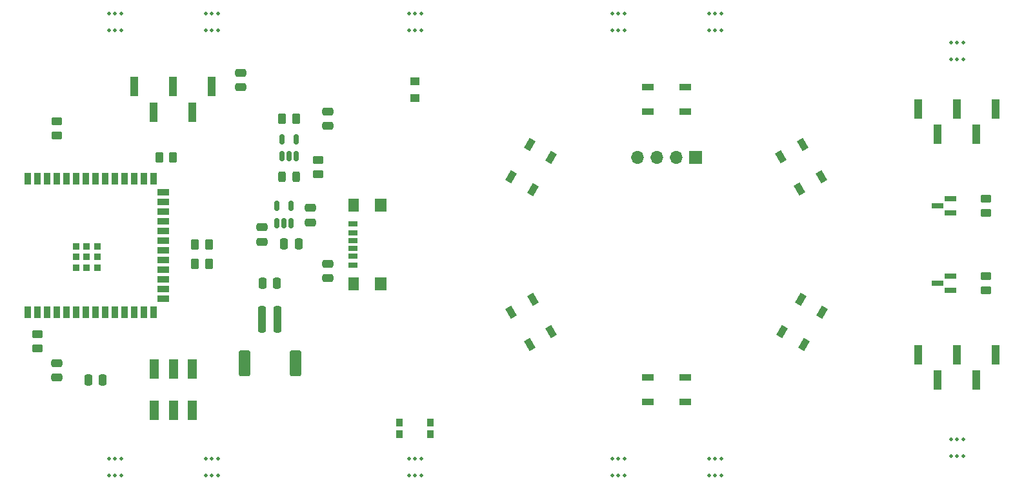
<source format=gbr>
%TF.GenerationSoftware,KiCad,Pcbnew,7.0.10*%
%TF.CreationDate,2024-02-12T11:39:43+01:00*%
%TF.ProjectId,EntangledHearts,456e7461-6e67-46c6-9564-486561727473,rev?*%
%TF.SameCoordinates,Original*%
%TF.FileFunction,Soldermask,Top*%
%TF.FilePolarity,Negative*%
%FSLAX46Y46*%
G04 Gerber Fmt 4.6, Leading zero omitted, Abs format (unit mm)*
G04 Created by KiCad (PCBNEW 7.0.10) date 2024-02-12 11:39:43*
%MOMM*%
%LPD*%
G01*
G04 APERTURE LIST*
G04 Aperture macros list*
%AMRoundRect*
0 Rectangle with rounded corners*
0 $1 Rounding radius*
0 $2 $3 $4 $5 $6 $7 $8 $9 X,Y pos of 4 corners*
0 Add a 4 corners polygon primitive as box body*
4,1,4,$2,$3,$4,$5,$6,$7,$8,$9,$2,$3,0*
0 Add four circle primitives for the rounded corners*
1,1,$1+$1,$2,$3*
1,1,$1+$1,$4,$5*
1,1,$1+$1,$6,$7*
1,1,$1+$1,$8,$9*
0 Add four rect primitives between the rounded corners*
20,1,$1+$1,$2,$3,$4,$5,0*
20,1,$1+$1,$4,$5,$6,$7,0*
20,1,$1+$1,$6,$7,$8,$9,0*
20,1,$1+$1,$8,$9,$2,$3,0*%
%AMRotRect*
0 Rectangle, with rotation*
0 The origin of the aperture is its center*
0 $1 length*
0 $2 width*
0 $3 Rotation angle, in degrees counterclockwise*
0 Add horizontal line*
21,1,$1,$2,0,0,$3*%
G04 Aperture macros list end*
%ADD10R,1.500000X0.900000*%
%ADD11R,0.900000X1.500000*%
%ADD12R,0.900000X0.900000*%
%ADD13RoundRect,0.250000X-0.250000X-1.500000X0.250000X-1.500000X0.250000X1.500000X-0.250000X1.500000X0*%
%ADD14RoundRect,0.250001X-0.499999X-1.449999X0.499999X-1.449999X0.499999X1.449999X-0.499999X1.449999X0*%
%ADD15RoundRect,0.250000X0.475000X-0.250000X0.475000X0.250000X-0.475000X0.250000X-0.475000X-0.250000X0*%
%ADD16R,1.550000X0.650000*%
%ADD17C,0.500000*%
%ADD18RoundRect,0.150000X0.150000X-0.512500X0.150000X0.512500X-0.150000X0.512500X-0.150000X-0.512500X0*%
%ADD19RoundRect,0.250000X-0.262500X-0.450000X0.262500X-0.450000X0.262500X0.450000X-0.262500X0.450000X0*%
%ADD20R,0.900000X1.000000*%
%ADD21RoundRect,0.250000X0.450000X-0.262500X0.450000X0.262500X-0.450000X0.262500X-0.450000X-0.262500X0*%
%ADD22RoundRect,0.250000X0.250000X0.475000X-0.250000X0.475000X-0.250000X-0.475000X0.250000X-0.475000X0*%
%ADD23RoundRect,0.250000X-0.450000X0.262500X-0.450000X-0.262500X0.450000X-0.262500X0.450000X0.262500X0*%
%ADD24R,1.200000X0.700000*%
%ADD25R,1.200000X0.760000*%
%ADD26R,1.200000X0.800000*%
%ADD27R,1.350000X1.800000*%
%ADD28R,1.500000X1.800000*%
%ADD29RoundRect,0.250000X-0.475000X0.250000X-0.475000X-0.250000X0.475000X-0.250000X0.475000X0.250000X0*%
%ADD30R,1.000000X2.510000*%
%ADD31RotRect,1.500000X0.900000X120.000000*%
%ADD32R,1.700000X1.700000*%
%ADD33O,1.700000X1.700000*%
%ADD34RotRect,1.500000X0.900000X60.000000*%
%ADD35R,1.250000X1.000000*%
%ADD36RotRect,1.500000X0.900000X240.000000*%
%ADD37R,1.200000X2.500000*%
%ADD38RoundRect,0.243750X-0.243750X-0.456250X0.243750X-0.456250X0.243750X0.456250X-0.243750X0.456250X0*%
%ADD39RotRect,1.500000X0.900000X300.000000*%
G04 APERTURE END LIST*
D10*
%TO.C,D4*%
X165190000Y-119000000D03*
X165190000Y-122300000D03*
X170090000Y-122300000D03*
X170090000Y-119000000D03*
%TD*%
D11*
%TO.C,ESP1*%
X83820000Y-110490000D03*
X85090000Y-110490000D03*
X86360000Y-110490000D03*
X87630000Y-110490000D03*
X88900000Y-110490000D03*
X90170000Y-110490000D03*
X91440000Y-110490000D03*
X92710000Y-110490000D03*
X93980000Y-110490000D03*
X95250000Y-110490000D03*
X96520000Y-110490000D03*
X97790000Y-110490000D03*
X99060000Y-110490000D03*
X100330000Y-110490000D03*
D10*
X101580000Y-108725000D03*
X101580000Y-107455000D03*
X101580000Y-106185000D03*
X101580000Y-104915000D03*
X101580000Y-103645000D03*
X101580000Y-102375000D03*
X101580000Y-101105000D03*
X101580000Y-99835000D03*
X101580000Y-98565000D03*
X101580000Y-97295000D03*
X101580000Y-96025000D03*
X101580000Y-94755000D03*
D11*
X100330000Y-92990000D03*
X99060000Y-92990000D03*
X97790000Y-92990000D03*
X96520000Y-92990000D03*
X95250000Y-92990000D03*
X93980000Y-92990000D03*
X92710000Y-92990000D03*
X91440000Y-92990000D03*
X90170000Y-92990000D03*
X88900000Y-92990000D03*
X87630000Y-92990000D03*
X86360000Y-92990000D03*
X85090000Y-92990000D03*
X83820000Y-92990000D03*
D12*
X90140000Y-104640000D03*
X91540000Y-104640000D03*
X92940000Y-104640000D03*
X92940000Y-104640000D03*
X90140000Y-103240000D03*
X90140000Y-103240000D03*
X91540000Y-103240000D03*
X92940000Y-103240000D03*
X90140000Y-101840000D03*
X91540000Y-101840000D03*
X92940000Y-101840000D03*
%TD*%
D13*
%TO.C,BatteryConnector1*%
X114570000Y-111450000D03*
X116570000Y-111450000D03*
D14*
X112220000Y-117200000D03*
X118920000Y-117200000D03*
%TD*%
D15*
%TO.C,C_EN1*%
X87630000Y-119060000D03*
X87630000Y-117160000D03*
%TD*%
D16*
%TO.C,Q_BOOT1*%
X204900000Y-107640000D03*
X204900000Y-105720000D03*
X203200000Y-106680000D03*
%TD*%
D17*
%TO.C,mouse-bite-2.54mm-slot*%
X107150000Y-71290000D03*
X107150000Y-73490000D03*
X107950000Y-71290000D03*
X107950000Y-73490000D03*
X108750000Y-71290000D03*
X108750000Y-73490000D03*
%TD*%
D18*
%TO.C,PM1*%
X116485000Y-98795000D03*
X117435000Y-98795000D03*
X118385000Y-98795000D03*
X118385000Y-96520000D03*
X116485000Y-96520000D03*
%TD*%
D19*
%TO.C,PU_SCL1*%
X105767500Y-101600000D03*
X107592500Y-101600000D03*
%TD*%
D17*
%TO.C,mouse-bite-2.54mm-slot*%
X133820000Y-129710000D03*
X133820000Y-131910000D03*
X134620000Y-129710000D03*
X134620000Y-131910000D03*
X135420000Y-129710000D03*
X135420000Y-131910000D03*
%TD*%
%TO.C,mouse-bite-2.54mm-slot*%
X204940000Y-127170000D03*
X204940000Y-129370000D03*
X205740000Y-127170000D03*
X205740000Y-129370000D03*
X206540000Y-127170000D03*
X206540000Y-129370000D03*
%TD*%
D20*
%TO.C,Button1*%
X132570000Y-126530000D03*
X136670000Y-126530000D03*
X136670000Y-124930000D03*
X132570000Y-124930000D03*
%TD*%
D16*
%TO.C,Q_EN1*%
X204900000Y-97480000D03*
X204900000Y-95560000D03*
X203200000Y-96520000D03*
%TD*%
D21*
%TO.C,PU_Photo1*%
X87630000Y-87272500D03*
X87630000Y-85447500D03*
%TD*%
D18*
%TO.C,BM1*%
X117160000Y-90037500D03*
X118110000Y-90037500D03*
X119060000Y-90037500D03*
X119060000Y-87762500D03*
X117160000Y-87762500D03*
%TD*%
D19*
%TO.C,PU_SDA1*%
X105767500Y-104140000D03*
X107592500Y-104140000D03*
%TD*%
D17*
%TO.C,mouse-bite-2.54mm-slot*%
X133820000Y-71290000D03*
X133820000Y-73490000D03*
X134620000Y-71290000D03*
X134620000Y-73490000D03*
X135420000Y-71290000D03*
X135420000Y-73490000D03*
%TD*%
D22*
%TO.C,C_Button1*%
X93660000Y-119380000D03*
X91760000Y-119380000D03*
%TD*%
D23*
%TO.C,R_DTR1*%
X209550000Y-105767500D03*
X209550000Y-107592500D03*
%TD*%
D17*
%TO.C,mouse-bite-2.54mm-slot*%
X94450000Y-129710000D03*
X94450000Y-131910000D03*
X95250000Y-129710000D03*
X95250000Y-131910000D03*
X96050000Y-129710000D03*
X96050000Y-131910000D03*
%TD*%
D22*
%TO.C,CP3*%
X116520000Y-106680000D03*
X114620000Y-106680000D03*
%TD*%
D19*
%TO.C,PD_Prog1*%
X117197500Y-85090000D03*
X119022500Y-85090000D03*
%TD*%
D24*
%TO.C,USB1*%
X126485000Y-102100000D03*
D25*
X126485000Y-100080000D03*
D26*
X126485000Y-98850000D03*
D24*
X126485000Y-101100000D03*
D25*
X126485000Y-103120000D03*
D26*
X126485000Y-104350000D03*
D27*
X126560000Y-106725000D03*
X126560000Y-96475000D03*
D28*
X130140000Y-106725000D03*
X130140000Y-96475000D03*
%TD*%
D17*
%TO.C,mouse-bite-2.54mm-slot*%
X173190000Y-129710000D03*
X173190000Y-131910000D03*
X173990000Y-129710000D03*
X173990000Y-131910000D03*
X174790000Y-129710000D03*
X174790000Y-131910000D03*
%TD*%
D21*
%TO.C,PU_EN1*%
X85090000Y-115212500D03*
X85090000Y-113387500D03*
%TD*%
D23*
%TO.C,R_RTS1*%
X209550000Y-95607500D03*
X209550000Y-97432500D03*
%TD*%
D29*
%TO.C,CP_CP1*%
X123190000Y-104140000D03*
X123190000Y-106040000D03*
%TD*%
D17*
%TO.C,mouse-bite-2.54mm-slot*%
X160490000Y-71290000D03*
X160490000Y-73490000D03*
X161290000Y-71290000D03*
X161290000Y-73490000D03*
X162090000Y-71290000D03*
X162090000Y-73490000D03*
%TD*%
D30*
%TO.C,Seriell_Output1*%
X210820000Y-116070000D03*
X208280000Y-119380000D03*
X205740000Y-116070000D03*
X203200000Y-119380000D03*
X200660000Y-116070000D03*
%TD*%
D17*
%TO.C,mouse-bite-2.54mm-slot*%
X173190000Y-71290000D03*
X173190000Y-73490000D03*
X173990000Y-71290000D03*
X173990000Y-73490000D03*
X174790000Y-71290000D03*
X174790000Y-73490000D03*
%TD*%
%TO.C,mouse-bite-2.54mm-slot*%
X94450000Y-71290000D03*
X94450000Y-73490000D03*
X95250000Y-71290000D03*
X95250000Y-73490000D03*
X96050000Y-71290000D03*
X96050000Y-73490000D03*
%TD*%
%TO.C,mouse-bite-2.54mm-slot*%
X160490000Y-129710000D03*
X160490000Y-131910000D03*
X161290000Y-129710000D03*
X161290000Y-131910000D03*
X162090000Y-129710000D03*
X162090000Y-131910000D03*
%TD*%
D19*
%TO.C,PU_Boot1*%
X101045000Y-90170000D03*
X102870000Y-90170000D03*
%TD*%
D31*
%TO.C,D2*%
X185102116Y-94360000D03*
X187960000Y-92710000D03*
X185510000Y-88466476D03*
X182652116Y-90116476D03*
%TD*%
D32*
%TO.C,Display1*%
X171450000Y-90170000D03*
D33*
X168910000Y-90170000D03*
X166370000Y-90170000D03*
X163830000Y-90170000D03*
%TD*%
D22*
%TO.C,CP6*%
X119335000Y-101555000D03*
X117435000Y-101555000D03*
%TD*%
D17*
%TO.C,mouse-bite-2.54mm-slot*%
X204940000Y-75100000D03*
X204940000Y-77300000D03*
X205740000Y-75100000D03*
X205740000Y-77300000D03*
X206540000Y-75100000D03*
X206540000Y-77300000D03*
%TD*%
D30*
%TO.C,Seriell_Flash1*%
X107950000Y-80895000D03*
X105410000Y-84205000D03*
X102870000Y-80895000D03*
X100330000Y-84205000D03*
X97790000Y-80895000D03*
%TD*%
D29*
%TO.C,CP4*%
X120925000Y-96795000D03*
X120925000Y-98695000D03*
%TD*%
D34*
%TO.C,D3*%
X182766058Y-113056762D03*
X185623942Y-114706762D03*
X188073942Y-110463238D03*
X185216058Y-108813238D03*
%TD*%
D17*
%TO.C,mouse-bite-2.54mm-slot*%
X107150000Y-129710000D03*
X107150000Y-131910000D03*
X107950000Y-129710000D03*
X107950000Y-131910000D03*
X108750000Y-129710000D03*
X108750000Y-131910000D03*
%TD*%
D29*
%TO.C,C_Boot1*%
X111760000Y-79060000D03*
X111760000Y-80960000D03*
%TD*%
D30*
%TO.C,Seriell_Input1*%
X210820000Y-83820000D03*
X208280000Y-87130000D03*
X205740000Y-83820000D03*
X203200000Y-87130000D03*
X200660000Y-83820000D03*
%TD*%
D23*
%TO.C,R_LED1*%
X121920000Y-90527500D03*
X121920000Y-92352500D03*
%TD*%
D35*
%TO.C,Photo1*%
X134620000Y-82380000D03*
X134620000Y-80180000D03*
%TD*%
D36*
%TO.C,D6*%
X152513942Y-90143238D03*
X149656058Y-88493238D03*
X147206058Y-92736762D03*
X150063942Y-94386762D03*
%TD*%
D37*
%TO.C,PowerSwitch1*%
X105410000Y-117900000D03*
X102910000Y-117900000D03*
X100410000Y-117900000D03*
X100410000Y-123400000D03*
X102910000Y-123400000D03*
X105410000Y-123400000D03*
%TD*%
D10*
%TO.C,D1*%
X170090000Y-84200000D03*
X170090000Y-80900000D03*
X165190000Y-80900000D03*
X165190000Y-84200000D03*
%TD*%
D29*
%TO.C,CP5*%
X114575000Y-99335000D03*
X114575000Y-101235000D03*
%TD*%
D38*
%TO.C,LED1*%
X117172500Y-92710000D03*
X119047500Y-92710000D03*
%TD*%
D29*
%TO.C,CP2*%
X123190000Y-84140000D03*
X123190000Y-86040000D03*
%TD*%
D39*
%TO.C,D5*%
X150063942Y-108813238D03*
X147206058Y-110463238D03*
X149656058Y-114706762D03*
X152513942Y-113056762D03*
%TD*%
M02*

</source>
